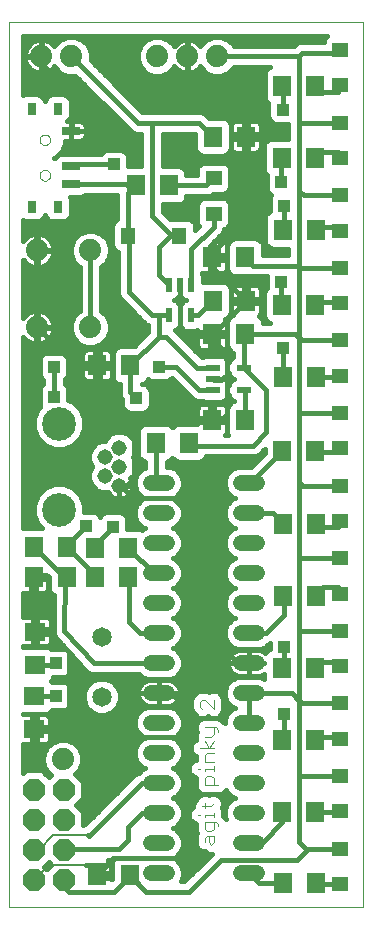
<source format=gtl>
G75*
G70*
%OFA0B0*%
%FSLAX24Y24*%
%IPPOS*%
%LPD*%
%AMOC8*
5,1,8,0,0,1.08239X$1,22.5*
%
%ADD10C,0.0000*%
%ADD11C,0.0040*%
%ADD12R,0.0217X0.0472*%
%ADD13R,0.0472X0.0217*%
%ADD14R,0.0551X0.0472*%
%ADD15R,0.0630X0.0709*%
%ADD16R,0.0500X0.0579*%
%ADD17R,0.0315X0.0394*%
%ADD18R,0.0591X0.0276*%
%ADD19C,0.0520*%
%ADD20C,0.0740*%
%ADD21R,0.0709X0.0630*%
%ADD22OC8,0.0740*%
%ADD23C,0.0515*%
%ADD24C,0.1122*%
%ADD25C,0.0650*%
%ADD26R,0.0396X0.0396*%
%ADD27C,0.0160*%
%ADD28C,0.0080*%
%ADD29R,0.0410X0.0410*%
D10*
X000725Y000183D02*
X000725Y029683D01*
X012525Y029683D01*
X012525Y000183D01*
X000725Y000183D01*
X001748Y024568D02*
X001750Y024594D01*
X001756Y024620D01*
X001766Y024645D01*
X001779Y024668D01*
X001795Y024688D01*
X001815Y024706D01*
X001837Y024721D01*
X001860Y024733D01*
X001886Y024741D01*
X001912Y024745D01*
X001938Y024745D01*
X001964Y024741D01*
X001990Y024733D01*
X002014Y024721D01*
X002035Y024706D01*
X002055Y024688D01*
X002071Y024668D01*
X002084Y024645D01*
X002094Y024620D01*
X002100Y024594D01*
X002102Y024568D01*
X002100Y024542D01*
X002094Y024516D01*
X002084Y024491D01*
X002071Y024468D01*
X002055Y024448D01*
X002035Y024430D01*
X002013Y024415D01*
X001990Y024403D01*
X001964Y024395D01*
X001938Y024391D01*
X001912Y024391D01*
X001886Y024395D01*
X001860Y024403D01*
X001836Y024415D01*
X001815Y024430D01*
X001795Y024448D01*
X001779Y024468D01*
X001766Y024491D01*
X001756Y024516D01*
X001750Y024542D01*
X001748Y024568D01*
X001748Y025749D02*
X001750Y025775D01*
X001756Y025801D01*
X001766Y025826D01*
X001779Y025849D01*
X001795Y025869D01*
X001815Y025887D01*
X001837Y025902D01*
X001860Y025914D01*
X001886Y025922D01*
X001912Y025926D01*
X001938Y025926D01*
X001964Y025922D01*
X001990Y025914D01*
X002014Y025902D01*
X002035Y025887D01*
X002055Y025869D01*
X002071Y025849D01*
X002084Y025826D01*
X002094Y025801D01*
X002100Y025775D01*
X002102Y025749D01*
X002100Y025723D01*
X002094Y025697D01*
X002084Y025672D01*
X002071Y025649D01*
X002055Y025629D01*
X002035Y025611D01*
X002013Y025596D01*
X001990Y025584D01*
X001964Y025576D01*
X001938Y025572D01*
X001912Y025572D01*
X001886Y025576D01*
X001860Y025584D01*
X001836Y025596D01*
X001815Y025611D01*
X001795Y025629D01*
X001779Y025649D01*
X001766Y025672D01*
X001756Y025697D01*
X001750Y025723D01*
X001748Y025749D01*
D11*
X007171Y007087D02*
X007095Y007011D01*
X007095Y006857D01*
X007171Y006781D01*
X007171Y007087D02*
X007248Y007087D01*
X007555Y006781D01*
X007555Y007087D01*
X007555Y006167D02*
X007555Y005936D01*
X007478Y005860D01*
X007248Y005860D01*
X007248Y005706D02*
X007402Y005476D01*
X007555Y005706D01*
X007555Y005476D02*
X007095Y005476D01*
X007325Y005323D02*
X007555Y005323D01*
X007325Y005323D02*
X007248Y005246D01*
X007248Y005016D01*
X007555Y005016D01*
X007555Y004862D02*
X007555Y004709D01*
X007555Y004785D02*
X007248Y004785D01*
X007248Y004709D01*
X007095Y004785D02*
X007018Y004785D01*
X007248Y004479D02*
X007325Y004555D01*
X007478Y004555D01*
X007555Y004479D01*
X007555Y004248D01*
X007708Y004248D02*
X007248Y004248D01*
X007248Y004479D01*
X007248Y003635D02*
X007248Y003481D01*
X007171Y003558D02*
X007478Y003558D01*
X007555Y003635D01*
X007555Y003328D02*
X007555Y003174D01*
X007555Y003251D02*
X007248Y003251D01*
X007248Y003174D01*
X007248Y003021D02*
X007248Y002790D01*
X007325Y002714D01*
X007478Y002714D01*
X007555Y002790D01*
X007555Y003021D01*
X007632Y003021D02*
X007248Y003021D01*
X007095Y003251D02*
X007018Y003251D01*
X007632Y003021D02*
X007708Y002944D01*
X007708Y002867D01*
X007555Y002560D02*
X007555Y002330D01*
X007478Y002253D01*
X007402Y002330D01*
X007402Y002560D01*
X007325Y002560D02*
X007555Y002560D01*
X007325Y002560D02*
X007248Y002484D01*
X007248Y002330D01*
X007708Y006013D02*
X007708Y006090D01*
X007632Y006167D01*
X007248Y006167D01*
D12*
X006799Y019896D03*
X006051Y019896D03*
X006051Y020920D03*
X006425Y020920D03*
X006799Y020920D03*
D13*
X007538Y018157D03*
X007538Y017783D03*
X007538Y017409D03*
X008562Y017409D03*
X008562Y018157D03*
D14*
X011775Y017883D03*
X011775Y019064D03*
X011775Y020303D03*
X011775Y021484D03*
X011775Y022723D03*
X011775Y023904D03*
X011775Y025143D03*
X011775Y026324D03*
X011775Y027563D03*
X011775Y028744D03*
X007550Y024474D03*
X007550Y023293D03*
X011775Y016644D03*
X011775Y015463D03*
X011775Y014224D03*
X011775Y013043D03*
X011775Y011804D03*
X011775Y010623D03*
X011775Y009384D03*
X011775Y008203D03*
X011775Y006964D03*
X011775Y005783D03*
X011775Y004544D03*
X011775Y003363D03*
X011775Y002124D03*
X011775Y000943D03*
D15*
X010976Y000983D03*
X009874Y000983D03*
X009844Y003333D03*
X010946Y003333D03*
X010936Y005758D03*
X009834Y005758D03*
X009834Y008158D03*
X010936Y008158D03*
X010956Y010558D03*
X009854Y010558D03*
X009874Y012958D03*
X010976Y012958D03*
X010946Y015383D03*
X009844Y015383D03*
X008601Y016408D03*
X007499Y016408D03*
X006726Y015658D03*
X005624Y015658D03*
X004776Y018233D03*
X003674Y018233D03*
X007499Y019283D03*
X008601Y019283D03*
X008626Y020383D03*
X007524Y020383D03*
X007499Y021833D03*
X008601Y021833D03*
X009854Y022758D03*
X010956Y022758D03*
X010936Y020258D03*
X009834Y020258D03*
X009864Y017858D03*
X010966Y017858D03*
X004701Y012158D03*
X004701Y011183D03*
X003599Y011183D03*
X002651Y011183D03*
X001549Y011183D03*
X001549Y012183D03*
X002651Y012183D03*
X003599Y012158D03*
X003649Y001233D03*
X004751Y001233D03*
X004949Y024233D03*
X006051Y024233D03*
X007524Y025858D03*
X008626Y025858D03*
X009824Y025158D03*
X010926Y025158D03*
X010946Y027558D03*
X009844Y027558D03*
D16*
X006396Y022558D03*
X004704Y022558D03*
D17*
X002358Y023524D03*
X001492Y023524D03*
X001492Y026792D03*
X002358Y026792D03*
D18*
X002811Y026044D03*
X002811Y024863D03*
X002811Y024273D03*
D19*
X005465Y014308D02*
X005985Y014308D01*
X005985Y013308D02*
X005465Y013308D01*
X005465Y012308D02*
X005985Y012308D01*
X005985Y011308D02*
X005465Y011308D01*
X005465Y010308D02*
X005985Y010308D01*
X005985Y009308D02*
X005465Y009308D01*
X005465Y008308D02*
X005985Y008308D01*
X005985Y007308D02*
X005465Y007308D01*
X005465Y006308D02*
X005985Y006308D01*
X005985Y005308D02*
X005465Y005308D01*
X005465Y004308D02*
X005985Y004308D01*
X005985Y003308D02*
X005465Y003308D01*
X005465Y002308D02*
X005985Y002308D01*
X005985Y001308D02*
X005465Y001308D01*
X008465Y001308D02*
X008985Y001308D01*
X008985Y002308D02*
X008465Y002308D01*
X008465Y003308D02*
X008985Y003308D01*
X008985Y004308D02*
X008465Y004308D01*
X008465Y005308D02*
X008985Y005308D01*
X008985Y006308D02*
X008465Y006308D01*
X008465Y007308D02*
X008985Y007308D01*
X008985Y008308D02*
X008465Y008308D01*
X008465Y009308D02*
X008985Y009308D01*
X008985Y010308D02*
X008465Y010308D01*
X008465Y011308D02*
X008985Y011308D01*
X008985Y012308D02*
X008465Y012308D01*
X008465Y013308D02*
X008985Y013308D01*
X008985Y014308D02*
X008465Y014308D01*
D20*
X003440Y019503D03*
X001660Y019503D03*
X001660Y022063D03*
X003440Y022063D03*
X002800Y028533D03*
X001800Y028533D03*
X005675Y028533D03*
X006675Y028533D03*
X007675Y028533D03*
X002525Y005108D03*
D21*
X001575Y006107D03*
X001575Y007210D03*
X001600Y008257D03*
X001600Y009360D03*
D22*
X001550Y004083D03*
X002550Y004083D03*
X002550Y003083D03*
X001550Y003083D03*
X001550Y002083D03*
X002550Y002083D03*
X002550Y001083D03*
X001550Y001083D03*
D23*
X004408Y014228D03*
X003935Y014543D03*
X004408Y014858D03*
X003935Y015173D03*
X004408Y015488D03*
D24*
X002400Y016295D03*
X002400Y013421D03*
D25*
X003825Y009183D03*
X003825Y007183D03*
D26*
X002300Y007208D03*
X002300Y008308D03*
X003300Y012883D03*
X004200Y012858D03*
X004975Y017133D03*
X005725Y018183D03*
X002225Y018183D03*
X002225Y017183D03*
X009800Y021008D03*
X009900Y023558D03*
X009800Y024358D03*
X009850Y026758D03*
X004225Y024933D03*
X003150Y025433D03*
X009900Y008858D03*
X009900Y006608D03*
D27*
X009900Y005825D01*
X009834Y005758D01*
X010936Y005758D02*
X011200Y005858D01*
X011700Y005858D01*
X011775Y005783D01*
X011775Y004544D02*
X010414Y004544D01*
X010400Y004558D01*
X010400Y007058D01*
X010150Y007308D01*
X008725Y007308D01*
X008725Y006308D01*
X008261Y006808D02*
X008159Y006766D01*
X008007Y006614D01*
X007925Y006416D01*
X007925Y006298D01*
X007878Y006344D01*
X007802Y006421D01*
X007691Y006467D01*
X007188Y006467D01*
X007078Y006421D01*
X006994Y006337D01*
X006948Y006226D01*
X006948Y006107D01*
X006987Y006013D01*
X006948Y005919D01*
X006948Y005800D01*
X006957Y005779D01*
X006949Y005740D01*
X006925Y005730D01*
X006840Y005646D01*
X006795Y005536D01*
X006795Y005416D01*
X006840Y005306D01*
X006925Y005222D01*
X006948Y005212D01*
X006948Y005081D01*
X006848Y005040D01*
X006764Y004955D01*
X006718Y004845D01*
X006718Y004726D01*
X006764Y004616D01*
X006848Y004531D01*
X006948Y004490D01*
X006948Y004189D01*
X006994Y004078D01*
X007078Y003994D01*
X007188Y003948D01*
X007768Y003948D01*
X007878Y003994D01*
X007963Y004078D01*
X007969Y004094D01*
X008007Y004002D01*
X008159Y003851D01*
X008261Y003808D01*
X008159Y003766D01*
X008007Y003614D01*
X007925Y003416D01*
X007925Y003201D01*
X007960Y003117D01*
X007886Y003191D01*
X007855Y003222D01*
X007855Y003387D01*
X007816Y003481D01*
X007855Y003575D01*
X007855Y003694D01*
X007809Y003804D01*
X007725Y003889D01*
X007615Y003935D01*
X007495Y003935D01*
X007402Y003896D01*
X007308Y003935D01*
X007188Y003935D01*
X007078Y003889D01*
X006994Y003804D01*
X006917Y003728D01*
X006871Y003617D01*
X006871Y003515D01*
X006848Y003505D01*
X006764Y003421D01*
X006718Y003311D01*
X006718Y003191D01*
X006764Y003081D01*
X006848Y002997D01*
X006948Y002955D01*
X006948Y002731D01*
X006975Y002665D01*
X006987Y002637D01*
X006948Y002543D01*
X006948Y002270D01*
X006994Y002160D01*
X007078Y002076D01*
X007188Y002030D01*
X007277Y002030D01*
X007308Y001999D01*
X007308Y001999D01*
X007329Y001991D01*
X007419Y001953D01*
X007486Y001953D01*
X006576Y001043D01*
X006460Y001043D01*
X006525Y001201D01*
X006525Y001416D01*
X006443Y001614D01*
X006291Y001766D01*
X006189Y001808D01*
X006291Y001851D01*
X006443Y002002D01*
X006525Y002201D01*
X006525Y002416D01*
X006443Y002614D01*
X006291Y002766D01*
X006189Y002808D01*
X006291Y002851D01*
X006443Y003002D01*
X006525Y003201D01*
X006525Y003416D01*
X006443Y003614D01*
X006291Y003766D01*
X006189Y003808D01*
X006291Y003851D01*
X006443Y004002D01*
X006525Y004201D01*
X006525Y004416D01*
X006443Y004614D01*
X006291Y004766D01*
X006189Y004808D01*
X006291Y004851D01*
X006443Y005002D01*
X006525Y005201D01*
X006525Y005416D01*
X006443Y005614D01*
X006291Y005766D01*
X006189Y005808D01*
X006291Y005851D01*
X006443Y006002D01*
X006525Y006201D01*
X006525Y006416D01*
X006443Y006614D01*
X006291Y006766D01*
X006092Y006848D01*
X005358Y006848D01*
X005159Y006766D01*
X005007Y006614D01*
X004925Y006416D01*
X004925Y006201D01*
X005007Y006002D01*
X005159Y005851D01*
X005261Y005808D01*
X005159Y005766D01*
X005007Y005614D01*
X004925Y005416D01*
X004925Y005201D01*
X005007Y005002D01*
X005159Y004851D01*
X005261Y004808D01*
X005159Y004766D01*
X005049Y004656D01*
X004946Y004614D01*
X004845Y004512D01*
X003268Y002935D01*
X003200Y002913D01*
X003200Y003353D01*
X002969Y003583D01*
X003200Y003814D01*
X003200Y004353D01*
X002944Y004608D01*
X003076Y004740D01*
X003175Y004979D01*
X003175Y005238D01*
X003076Y005477D01*
X002893Y005659D01*
X002654Y005758D01*
X002396Y005758D01*
X002157Y005659D01*
X001974Y005477D01*
X001875Y005238D01*
X001875Y004979D01*
X001974Y004740D01*
X002131Y004583D01*
X002050Y004503D01*
X001819Y004733D01*
X001281Y004733D01*
X001205Y004658D01*
X001205Y005612D01*
X001498Y005612D01*
X001498Y006030D01*
X001652Y006030D01*
X001652Y005612D01*
X001953Y005612D01*
X001999Y005624D01*
X002040Y005648D01*
X002073Y005682D01*
X002097Y005723D01*
X002109Y005768D01*
X002109Y006030D01*
X001652Y006030D01*
X001652Y006185D01*
X001498Y006185D01*
X001498Y006602D01*
X001205Y006602D01*
X001205Y006615D01*
X001985Y006615D01*
X002088Y006657D01*
X002161Y006730D01*
X002554Y006730D01*
X002657Y006773D01*
X002735Y006852D01*
X002778Y006955D01*
X002778Y007462D01*
X002735Y007565D01*
X002657Y007644D01*
X002554Y007686D01*
X002163Y007686D01*
X002129Y007721D01*
X002192Y007784D01*
X002211Y007830D01*
X002554Y007830D01*
X002657Y007873D01*
X002735Y007952D01*
X002778Y008055D01*
X002778Y008562D01*
X002735Y008665D01*
X002657Y008744D01*
X002554Y008786D01*
X002136Y008786D01*
X002113Y008809D01*
X002010Y008852D01*
X001205Y008852D01*
X001205Y008869D01*
X001222Y008865D01*
X001523Y008865D01*
X001523Y009282D01*
X001677Y009282D01*
X001677Y008865D01*
X001978Y008865D01*
X002024Y008877D01*
X002065Y008901D01*
X002527Y008901D01*
X002658Y008742D02*
X002670Y008742D01*
X002725Y008683D02*
X002725Y006107D01*
X004926Y006107D01*
X005200Y005833D01*
X006325Y005833D01*
X006475Y005983D01*
X006725Y005733D01*
X006725Y002058D01*
X006475Y001808D01*
X004200Y001808D01*
X003975Y001583D01*
X003975Y001560D01*
X003649Y001233D01*
X003726Y001293D02*
X004156Y001293D01*
X004144Y001311D02*
X004144Y001611D01*
X004132Y001657D01*
X004108Y001698D01*
X004074Y001732D01*
X004045Y001748D01*
X004201Y001748D01*
X004199Y001746D01*
X004156Y001643D01*
X004156Y001124D01*
X004144Y001111D01*
X004144Y001156D01*
X003726Y001156D01*
X003726Y001311D01*
X004144Y001311D01*
X004144Y001451D02*
X004156Y001451D01*
X004144Y001610D02*
X004156Y001610D01*
X003975Y001583D02*
X003299Y001583D01*
X002575Y002108D02*
X002550Y002083D01*
X002575Y002108D02*
X004400Y002108D01*
X004700Y002408D01*
X004700Y002858D01*
X005150Y003308D01*
X005725Y003308D01*
X006238Y003829D02*
X007018Y003829D01*
X007094Y003987D02*
X006428Y003987D01*
X006502Y004146D02*
X006966Y004146D01*
X006948Y004304D02*
X006525Y004304D01*
X006505Y004463D02*
X006948Y004463D01*
X006761Y004621D02*
X006436Y004621D01*
X006258Y004780D02*
X006718Y004780D01*
X006756Y004938D02*
X006379Y004938D01*
X006482Y005097D02*
X006948Y005097D01*
X006891Y005255D02*
X006525Y005255D01*
X006525Y005414D02*
X006796Y005414D01*
X006810Y005572D02*
X006460Y005572D01*
X006326Y005731D02*
X006926Y005731D01*
X006948Y005889D02*
X006330Y005889D01*
X006475Y005983D02*
X006750Y006258D01*
X006750Y006708D01*
X006750Y008208D01*
X007613Y009071D01*
X008375Y008308D01*
X008725Y008308D01*
X008725Y007868D01*
X009020Y007868D01*
X009088Y007879D01*
X009154Y007901D01*
X009216Y007932D01*
X009239Y007949D01*
X009239Y007788D01*
X009092Y007848D01*
X008358Y007848D01*
X008159Y007766D01*
X008007Y007614D01*
X007925Y007416D01*
X007925Y007201D01*
X008007Y007002D01*
X008159Y006851D01*
X008261Y006808D01*
X008184Y006840D02*
X007855Y006840D01*
X007855Y007147D01*
X007809Y007257D01*
X007725Y007342D01*
X007615Y007387D01*
X007495Y007387D01*
X007402Y007349D01*
X007308Y007387D01*
X007112Y007387D01*
X007001Y007342D01*
X006925Y007265D01*
X006840Y007181D01*
X006795Y007070D01*
X006795Y006798D01*
X006822Y006732D01*
X006840Y006687D01*
X006842Y006686D01*
X006925Y006603D01*
X007001Y006526D01*
X007112Y006481D01*
X007231Y006481D01*
X007341Y006526D01*
X007363Y006548D01*
X007385Y006526D01*
X007495Y006481D01*
X007615Y006481D01*
X007725Y006526D01*
X007809Y006611D01*
X007855Y006721D01*
X007855Y006840D01*
X007855Y006999D02*
X008011Y006999D01*
X007943Y007157D02*
X007851Y007157D01*
X007925Y007316D02*
X007751Y007316D01*
X007949Y007474D02*
X006394Y007474D01*
X006393Y007477D02*
X006361Y007539D01*
X006321Y007595D01*
X006272Y007644D01*
X006216Y007685D01*
X006154Y007716D01*
X006088Y007737D01*
X006020Y007748D01*
X005725Y007748D01*
X005430Y007748D01*
X005362Y007737D01*
X005296Y007716D01*
X005234Y007685D01*
X005178Y007644D01*
X005129Y007595D01*
X005089Y007539D01*
X005057Y007477D01*
X005036Y007411D01*
X005025Y007343D01*
X005025Y007308D01*
X005025Y007274D01*
X005036Y007205D01*
X005057Y007139D01*
X005089Y007078D01*
X005129Y007022D01*
X005178Y006973D01*
X005234Y006932D01*
X005296Y006901D01*
X005362Y006879D01*
X005430Y006868D01*
X005725Y006868D01*
X006020Y006868D01*
X006088Y006879D01*
X006154Y006901D01*
X006216Y006932D01*
X006272Y006973D01*
X006321Y007022D01*
X006361Y007078D01*
X006393Y007139D01*
X006414Y007205D01*
X006425Y007274D01*
X006425Y007308D01*
X005725Y007308D01*
X005725Y006868D01*
X005725Y007308D01*
X005725Y007308D01*
X005025Y007308D01*
X005725Y007308D01*
X005725Y007308D01*
X005725Y007308D01*
X005775Y007258D01*
X006200Y007258D01*
X006750Y006708D01*
X006840Y006687D02*
X006840Y006687D01*
X006846Y006682D02*
X006375Y006682D01*
X006480Y006523D02*
X007008Y006523D01*
X006925Y006603D02*
X006925Y006603D01*
X007022Y006365D02*
X006525Y006365D01*
X006525Y006206D02*
X006948Y006206D01*
X006973Y006048D02*
X006462Y006048D01*
X006795Y006840D02*
X006112Y006840D01*
X006298Y006999D02*
X006795Y006999D01*
X006831Y007157D02*
X006399Y007157D01*
X006425Y007308D02*
X005725Y007308D01*
X005725Y007748D01*
X005725Y007308D01*
X005725Y007308D01*
X005725Y007316D02*
X005725Y007316D01*
X005725Y007474D02*
X005725Y007474D01*
X005725Y007633D02*
X005725Y007633D01*
X005358Y007768D02*
X006092Y007768D01*
X006291Y007851D01*
X006443Y008002D01*
X006525Y008201D01*
X006525Y008416D01*
X006443Y008614D01*
X006291Y008766D01*
X006189Y008808D01*
X006291Y008851D01*
X006443Y009002D01*
X006525Y009201D01*
X006525Y009416D01*
X006443Y009614D01*
X006291Y009766D01*
X006189Y009808D01*
X006291Y009851D01*
X006443Y010002D01*
X006525Y010201D01*
X006525Y010416D01*
X006443Y010614D01*
X006291Y010766D01*
X006189Y010808D01*
X006291Y010851D01*
X006443Y011002D01*
X006525Y011201D01*
X006525Y011416D01*
X006443Y011614D01*
X006291Y011766D01*
X006189Y011808D01*
X006291Y011851D01*
X006443Y012002D01*
X006525Y012201D01*
X006525Y012416D01*
X006443Y012614D01*
X006291Y012766D01*
X006189Y012808D01*
X006291Y012851D01*
X006443Y013002D01*
X006525Y013201D01*
X006525Y013416D01*
X006443Y013614D01*
X006291Y013766D01*
X006189Y013808D01*
X006291Y013851D01*
X006443Y014002D01*
X006525Y014201D01*
X006525Y014416D01*
X006443Y014614D01*
X006291Y014766D01*
X006092Y014848D01*
X005984Y014848D01*
X005984Y015024D01*
X005994Y015024D01*
X006097Y015067D01*
X006175Y015144D01*
X006253Y015067D01*
X006356Y015024D01*
X007097Y015024D01*
X007200Y015067D01*
X007279Y015145D01*
X007300Y015198D01*
X008922Y015198D01*
X009054Y015253D01*
X009155Y015354D01*
X009155Y015354D01*
X009249Y015448D01*
X009249Y015297D01*
X008800Y014848D01*
X008358Y014848D01*
X008159Y014766D01*
X008007Y014614D01*
X007925Y014416D01*
X007925Y014201D01*
X008007Y014002D01*
X008159Y013851D01*
X008261Y013808D01*
X008159Y013766D01*
X008007Y013614D01*
X007925Y013416D01*
X007925Y013201D01*
X008007Y013002D01*
X008159Y012851D01*
X008261Y012808D01*
X008159Y012766D01*
X008007Y012614D01*
X007925Y012416D01*
X007925Y012201D01*
X008007Y012002D01*
X008159Y011851D01*
X008261Y011808D01*
X008159Y011766D01*
X008007Y011614D01*
X007925Y011416D01*
X007925Y011201D01*
X008007Y011002D01*
X008159Y010851D01*
X008261Y010808D01*
X008159Y010766D01*
X008007Y010614D01*
X007925Y010416D01*
X007925Y010201D01*
X008007Y010002D01*
X008159Y009851D01*
X008261Y009808D01*
X008159Y009766D01*
X008007Y009614D01*
X007925Y009416D01*
X007925Y009201D01*
X008007Y009002D01*
X008159Y008851D01*
X008358Y008768D01*
X009092Y008768D01*
X009291Y008851D01*
X009401Y008960D01*
X009422Y008969D01*
X009422Y008776D01*
X009360Y008750D01*
X009281Y008671D01*
X009271Y008645D01*
X009216Y008685D01*
X009154Y008716D01*
X009088Y008737D01*
X009020Y008748D01*
X008725Y008748D01*
X008430Y008748D01*
X008362Y008737D01*
X008296Y008716D01*
X008234Y008685D01*
X008178Y008644D01*
X008129Y008595D01*
X008089Y008539D01*
X008057Y008477D01*
X008036Y008411D01*
X008025Y008343D01*
X008025Y008308D01*
X008025Y008274D01*
X008036Y008205D01*
X008057Y008139D01*
X008089Y008078D01*
X008129Y008022D01*
X008178Y007973D01*
X008234Y007932D01*
X008296Y007901D01*
X008362Y007879D01*
X008430Y007868D01*
X008725Y007868D01*
X008725Y008308D01*
X008725Y008308D01*
X009239Y008308D01*
X009239Y008308D01*
X008725Y008308D01*
X008725Y008308D01*
X008025Y008308D01*
X008725Y008308D01*
X008725Y008308D01*
X008725Y008748D01*
X008725Y008308D01*
X008725Y008308D01*
X008725Y008267D02*
X008725Y008267D01*
X008725Y008425D02*
X008725Y008425D01*
X008725Y008584D02*
X008725Y008584D01*
X008725Y008742D02*
X008725Y008742D01*
X009057Y008742D02*
X009353Y008742D01*
X009341Y008901D02*
X009422Y008901D01*
X009300Y009308D02*
X008725Y009308D01*
X009300Y009308D02*
X009900Y009908D01*
X009900Y010512D01*
X009854Y010558D01*
X010956Y010558D02*
X011200Y010858D01*
X011700Y010858D01*
X011775Y010623D01*
X011775Y011804D02*
X010454Y011804D01*
X010400Y011858D01*
X010400Y014358D01*
X010534Y014224D01*
X011775Y014224D01*
X011700Y015358D02*
X011200Y015358D01*
X010946Y015383D01*
X011700Y015358D02*
X011775Y015463D01*
X010400Y014358D02*
X010400Y016658D01*
X010414Y016644D01*
X011775Y016644D01*
X011700Y017858D02*
X010966Y017858D01*
X011700Y017858D02*
X011775Y017883D01*
X011775Y019064D02*
X010494Y019064D01*
X010400Y019158D01*
X010275Y019283D01*
X008601Y019283D01*
X008562Y019244D01*
X008562Y018157D01*
X009300Y017419D01*
X009300Y016008D01*
X008850Y015558D01*
X006650Y015558D01*
X006175Y016172D02*
X006097Y016250D01*
X005994Y016293D01*
X005253Y016293D01*
X005150Y016250D01*
X005071Y016171D01*
X005029Y016068D01*
X005029Y015248D01*
X005071Y015145D01*
X005150Y015067D01*
X005253Y015024D01*
X005264Y015024D01*
X005264Y014809D01*
X005159Y014766D01*
X005007Y014614D01*
X004925Y014416D01*
X004925Y014201D01*
X005007Y014002D01*
X005159Y013851D01*
X005261Y013808D01*
X005159Y013766D01*
X005007Y013614D01*
X004925Y013416D01*
X004925Y013201D01*
X005007Y013002D01*
X005159Y012851D01*
X005261Y012808D01*
X005159Y012766D01*
X005152Y012759D01*
X005072Y012793D01*
X004678Y012793D01*
X004678Y013112D01*
X004635Y013215D01*
X004557Y013294D01*
X004454Y013336D01*
X003946Y013336D01*
X003843Y013294D01*
X003765Y013215D01*
X003755Y013193D01*
X003735Y013240D01*
X003657Y013319D01*
X003554Y013361D01*
X003241Y013361D01*
X003241Y013589D01*
X003113Y013898D01*
X002876Y014134D01*
X002567Y014262D01*
X002233Y014262D01*
X001924Y014134D01*
X001687Y013898D01*
X001559Y013589D01*
X001559Y013254D01*
X001687Y012945D01*
X001814Y012818D01*
X001205Y012818D01*
X001205Y019194D01*
X001240Y019145D01*
X001302Y019084D01*
X001372Y019033D01*
X001449Y018994D01*
X001531Y018967D01*
X001617Y018953D01*
X001640Y018953D01*
X001640Y019483D01*
X001680Y019483D01*
X001680Y018953D01*
X001703Y018953D01*
X001789Y018967D01*
X001871Y018994D01*
X001948Y019033D01*
X002018Y019084D01*
X002080Y019145D01*
X002130Y019215D01*
X002170Y019292D01*
X002196Y019375D01*
X002210Y019460D01*
X002210Y019483D01*
X001680Y019483D01*
X001680Y019523D01*
X002210Y019523D01*
X002210Y019547D01*
X002196Y019632D01*
X002170Y019714D01*
X002130Y019792D01*
X002080Y019862D01*
X002018Y019923D01*
X001948Y019974D01*
X001871Y020013D01*
X001789Y020040D01*
X001703Y020053D01*
X001680Y020053D01*
X001680Y019523D01*
X001640Y019523D01*
X001640Y020053D01*
X001617Y020053D01*
X001531Y020040D01*
X001449Y020013D01*
X001372Y019974D01*
X001302Y019923D01*
X001240Y019862D01*
X001205Y019813D01*
X001205Y021754D01*
X001240Y021705D01*
X001302Y021644D01*
X001372Y021593D01*
X001449Y021554D01*
X001531Y021527D01*
X001617Y021513D01*
X001640Y021513D01*
X001640Y022043D01*
X001680Y022043D01*
X001680Y021513D01*
X001703Y021513D01*
X001789Y021527D01*
X001871Y021554D01*
X001948Y021593D01*
X002018Y021644D01*
X002080Y021705D01*
X002130Y021775D01*
X002170Y021852D01*
X002196Y021935D01*
X002210Y022020D01*
X002210Y022043D01*
X001680Y022043D01*
X001680Y022083D01*
X002210Y022083D01*
X002210Y022107D01*
X002196Y022192D01*
X002170Y022274D01*
X002130Y022352D01*
X002080Y022422D01*
X002018Y022483D01*
X001948Y022534D01*
X001871Y022573D01*
X001789Y022600D01*
X001703Y022613D01*
X001680Y022613D01*
X001680Y022083D01*
X001640Y022083D01*
X001640Y022613D01*
X001617Y022613D01*
X001531Y022600D01*
X001449Y022573D01*
X001372Y022534D01*
X001302Y022483D01*
X001240Y022422D01*
X001205Y022373D01*
X001205Y023078D01*
X001279Y023048D01*
X001705Y023048D01*
X001808Y023090D01*
X001887Y023169D01*
X001925Y023261D01*
X001963Y023169D01*
X002042Y023090D01*
X002145Y023048D01*
X002571Y023048D01*
X002674Y023090D01*
X002753Y023169D01*
X002796Y023272D01*
X002796Y023777D01*
X002763Y023855D01*
X003162Y023855D01*
X003265Y023897D01*
X003280Y023913D01*
X004344Y023913D01*
X004344Y023105D01*
X004295Y023085D01*
X004216Y023006D01*
X004174Y022903D01*
X004174Y022213D01*
X004216Y022110D01*
X004295Y022032D01*
X004365Y022003D01*
X004365Y020612D01*
X004420Y020479D01*
X004521Y020378D01*
X005308Y019591D01*
X005365Y019568D01*
X005365Y019332D01*
X004900Y018868D01*
X004406Y018868D01*
X004303Y018825D01*
X004224Y018746D01*
X004181Y018643D01*
X004181Y017823D01*
X004224Y017720D01*
X004303Y017642D01*
X004406Y017599D01*
X004416Y017599D01*
X004416Y017261D01*
X004471Y017128D01*
X004497Y017102D01*
X004497Y016880D01*
X004540Y016777D01*
X004618Y016698D01*
X004721Y016655D01*
X005229Y016655D01*
X005332Y016698D01*
X005410Y016777D01*
X005453Y016880D01*
X005453Y017387D01*
X005410Y017490D01*
X005332Y017569D01*
X005229Y017611D01*
X005177Y017611D01*
X005250Y017642D01*
X005329Y017720D01*
X005348Y017768D01*
X005368Y017748D01*
X005471Y017705D01*
X005979Y017705D01*
X006082Y017748D01*
X006154Y017820D01*
X006770Y017204D01*
X006871Y017103D01*
X007003Y017048D01*
X007180Y017048D01*
X007246Y017021D01*
X007830Y017021D01*
X007933Y017064D01*
X008012Y017142D01*
X008050Y017235D01*
X008088Y017142D01*
X008167Y017064D01*
X008224Y017040D01*
X008128Y017000D01*
X008049Y016921D01*
X008006Y016818D01*
X008006Y015998D01*
X008039Y015918D01*
X007933Y015918D01*
X007958Y015943D01*
X007982Y015985D01*
X007994Y016030D01*
X007994Y016331D01*
X007576Y016331D01*
X007576Y016486D01*
X007421Y016486D01*
X007421Y016331D01*
X007004Y016331D01*
X007004Y016293D01*
X006356Y016293D01*
X006253Y016250D01*
X006175Y016172D01*
X006156Y016192D02*
X006194Y016192D01*
X005624Y015658D02*
X005624Y014410D01*
X005725Y014308D01*
X006204Y013814D02*
X008246Y013814D01*
X008049Y013656D02*
X006401Y013656D01*
X006491Y013497D02*
X007959Y013497D01*
X007925Y013339D02*
X006525Y013339D01*
X006516Y013180D02*
X007934Y013180D01*
X007999Y013022D02*
X006451Y013022D01*
X006304Y012863D02*
X008146Y012863D01*
X008098Y012705D02*
X006352Y012705D01*
X006471Y012546D02*
X007979Y012546D01*
X007925Y012388D02*
X006525Y012388D01*
X006525Y012229D02*
X007925Y012229D01*
X007979Y012071D02*
X006471Y012071D01*
X006353Y011912D02*
X008097Y011912D01*
X008147Y011754D02*
X006303Y011754D01*
X006451Y011595D02*
X007999Y011595D01*
X007934Y011437D02*
X006516Y011437D01*
X006525Y011278D02*
X007925Y011278D01*
X007959Y011120D02*
X006491Y011120D01*
X006402Y010961D02*
X008048Y010961D01*
X008248Y010803D02*
X006202Y010803D01*
X006413Y010644D02*
X008037Y010644D01*
X007954Y010486D02*
X006496Y010486D01*
X006525Y010327D02*
X007925Y010327D01*
X007938Y010169D02*
X006512Y010169D01*
X006446Y010010D02*
X008004Y010010D01*
X008158Y009852D02*
X006292Y009852D01*
X006364Y009693D02*
X008086Y009693D01*
X007974Y009535D02*
X006476Y009535D01*
X006525Y009376D02*
X007925Y009376D01*
X007925Y009218D02*
X006525Y009218D01*
X006466Y009059D02*
X007984Y009059D01*
X008109Y008901D02*
X006341Y008901D01*
X006315Y008742D02*
X008393Y008742D01*
X008121Y008584D02*
X006455Y008584D01*
X006521Y008425D02*
X008040Y008425D01*
X008026Y008267D02*
X006525Y008267D01*
X006487Y008108D02*
X008073Y008108D01*
X008210Y007950D02*
X006390Y007950D01*
X006148Y007791D02*
X008220Y007791D01*
X008026Y007633D02*
X006283Y007633D01*
X006393Y007477D02*
X006414Y007411D01*
X006425Y007343D01*
X006425Y007308D01*
X006425Y007316D02*
X006975Y007316D01*
X007334Y006523D02*
X007392Y006523D01*
X007718Y006523D02*
X007970Y006523D01*
X007925Y006365D02*
X007858Y006365D01*
X007839Y006682D02*
X008075Y006682D01*
X008725Y007950D02*
X008725Y007950D01*
X008725Y008108D02*
X008725Y008108D01*
X009230Y007791D02*
X009239Y007791D01*
X009834Y008158D02*
X009900Y008225D01*
X009900Y008858D01*
X010400Y009358D02*
X010426Y009384D01*
X011775Y009384D01*
X011700Y008358D02*
X011200Y008358D01*
X010936Y008158D01*
X011700Y008358D02*
X011775Y008203D01*
X011775Y006964D02*
X010494Y006964D01*
X010400Y007058D01*
X010400Y009358D01*
X010400Y011858D01*
X009874Y012958D02*
X009524Y013308D01*
X008725Y013308D01*
X008037Y013973D02*
X006413Y013973D01*
X006496Y014131D02*
X007954Y014131D01*
X007925Y014290D02*
X006525Y014290D01*
X006511Y014448D02*
X007939Y014448D01*
X008004Y014607D02*
X006446Y014607D01*
X006292Y014765D02*
X008158Y014765D01*
X008725Y014308D02*
X008769Y014308D01*
X009844Y015383D01*
X009249Y015399D02*
X009200Y015399D01*
X009192Y015241D02*
X009024Y015241D01*
X009034Y015082D02*
X007215Y015082D01*
X006237Y015082D02*
X006113Y015082D01*
X005984Y014924D02*
X008875Y014924D01*
X008006Y016033D02*
X007994Y016033D01*
X007994Y016192D02*
X008006Y016192D01*
X008006Y016350D02*
X007576Y016350D01*
X007499Y016408D02*
X005225Y016408D01*
X004775Y016408D01*
X003725Y017458D01*
X003725Y018182D01*
X003674Y018233D01*
X002930Y018233D01*
X001660Y019503D01*
X001680Y019520D02*
X002790Y019520D01*
X002790Y019633D02*
X002790Y019374D01*
X002889Y019135D01*
X003072Y018952D01*
X003311Y018853D01*
X003569Y018853D01*
X003808Y018952D01*
X003991Y019135D01*
X004090Y019374D01*
X004090Y019633D01*
X003991Y019872D01*
X003808Y020054D01*
X003800Y020058D01*
X003800Y021509D01*
X003808Y021512D01*
X003991Y021695D01*
X004090Y021934D01*
X004090Y022193D01*
X003991Y022432D01*
X003808Y022614D01*
X003569Y022713D01*
X003311Y022713D01*
X003072Y022614D01*
X002889Y022432D01*
X002790Y022193D01*
X002790Y021934D01*
X002889Y021695D01*
X003072Y021512D01*
X003080Y021509D01*
X003080Y020058D01*
X003072Y020054D01*
X002889Y019872D01*
X002790Y019633D01*
X002809Y019679D02*
X002181Y019679D01*
X002097Y019837D02*
X002875Y019837D01*
X003013Y019996D02*
X001905Y019996D01*
X001680Y019996D02*
X001640Y019996D01*
X001640Y019837D02*
X001680Y019837D01*
X001680Y019679D02*
X001640Y019679D01*
X001640Y019362D02*
X001680Y019362D01*
X001680Y019203D02*
X001640Y019203D01*
X001640Y019045D02*
X001680Y019045D01*
X001965Y019045D02*
X002979Y019045D01*
X002861Y019203D02*
X002122Y019203D01*
X002192Y019362D02*
X002795Y019362D01*
X003231Y018886D02*
X001205Y018886D01*
X001205Y018728D02*
X003244Y018728D01*
X003248Y018732D02*
X003215Y018698D01*
X003191Y018657D01*
X003179Y018611D01*
X003179Y018311D01*
X003596Y018311D01*
X003596Y018156D01*
X003179Y018156D01*
X003179Y017855D01*
X003191Y017810D01*
X003215Y017768D01*
X003248Y017735D01*
X003289Y017711D01*
X003335Y017699D01*
X003596Y017699D01*
X003596Y018156D01*
X003751Y018156D01*
X003751Y017699D01*
X004012Y017699D01*
X004058Y017711D01*
X004099Y017735D01*
X004133Y017768D01*
X004157Y017810D01*
X004169Y017855D01*
X004169Y018156D01*
X003751Y018156D01*
X003751Y018311D01*
X003596Y018311D01*
X003596Y018768D01*
X003335Y018768D01*
X003289Y018755D01*
X003248Y018732D01*
X003179Y018569D02*
X002631Y018569D01*
X002660Y018540D02*
X002582Y018619D01*
X002479Y018661D01*
X001971Y018661D01*
X001868Y018619D01*
X001790Y018540D01*
X001747Y018437D01*
X001747Y017930D01*
X001790Y017827D01*
X001865Y017751D01*
X001865Y017616D01*
X001790Y017540D01*
X001747Y017437D01*
X001747Y016930D01*
X001776Y016860D01*
X001687Y016772D01*
X001559Y016463D01*
X001559Y016128D01*
X001687Y015819D01*
X001924Y015582D01*
X002233Y015454D01*
X002567Y015454D01*
X002876Y015582D01*
X003113Y015819D01*
X003241Y016128D01*
X003241Y016463D01*
X003113Y016772D01*
X002876Y017008D01*
X002703Y017080D01*
X002703Y017437D01*
X002660Y017540D01*
X002585Y017616D01*
X002585Y017751D01*
X002660Y017827D01*
X002703Y017930D01*
X002703Y018437D01*
X002660Y018540D01*
X002703Y018411D02*
X003179Y018411D01*
X003179Y018094D02*
X002703Y018094D01*
X002703Y018252D02*
X003596Y018252D01*
X003751Y018252D02*
X004181Y018252D01*
X004169Y018311D02*
X004169Y018611D01*
X004157Y018657D01*
X004133Y018698D01*
X004099Y018732D01*
X004058Y018755D01*
X004012Y018768D01*
X003751Y018768D01*
X003751Y018311D01*
X004169Y018311D01*
X004169Y018411D02*
X004181Y018411D01*
X004169Y018569D02*
X004181Y018569D01*
X004216Y018728D02*
X004103Y018728D01*
X003751Y018728D02*
X003596Y018728D01*
X003596Y018569D02*
X003751Y018569D01*
X003751Y018411D02*
X003596Y018411D01*
X003596Y018094D02*
X003751Y018094D01*
X003751Y017935D02*
X003596Y017935D01*
X003596Y017777D02*
X003751Y017777D01*
X004138Y017777D02*
X004200Y017777D01*
X004181Y017935D02*
X004169Y017935D01*
X004169Y018094D02*
X004181Y018094D01*
X004776Y018233D02*
X004776Y017332D01*
X004975Y017133D01*
X005453Y017143D02*
X006831Y017143D01*
X006673Y017301D02*
X005453Y017301D01*
X005423Y017460D02*
X006514Y017460D01*
X006356Y017618D02*
X005194Y017618D01*
X005453Y016984D02*
X008112Y016984D01*
X008088Y017143D02*
X008012Y017143D01*
X007883Y016930D02*
X007837Y016943D01*
X007576Y016943D01*
X007576Y016486D01*
X007994Y016486D01*
X007994Y016786D01*
X007982Y016832D01*
X007958Y016873D01*
X007924Y016907D01*
X007883Y016930D01*
X007983Y016826D02*
X008009Y016826D01*
X007994Y016667D02*
X008006Y016667D01*
X008000Y016608D02*
X007800Y016408D01*
X007499Y016408D01*
X007421Y016350D02*
X003241Y016350D01*
X003241Y016192D02*
X005092Y016192D01*
X005029Y016033D02*
X003202Y016033D01*
X003136Y015875D02*
X004034Y015875D01*
X004103Y015944D02*
X003952Y015793D01*
X003918Y015711D01*
X003829Y015711D01*
X003631Y015629D01*
X003480Y015478D01*
X003398Y015280D01*
X003398Y015066D01*
X003480Y014869D01*
X003490Y014858D01*
X003480Y014848D01*
X003398Y014650D01*
X003398Y014436D01*
X003480Y014239D01*
X003631Y014088D01*
X003829Y014006D01*
X004030Y014006D01*
X004034Y013999D01*
X004074Y013943D01*
X004123Y013895D01*
X004179Y013854D01*
X004240Y013823D01*
X004305Y013802D01*
X004373Y013791D01*
X004408Y013791D01*
X004442Y013791D01*
X004510Y013802D01*
X004576Y013823D01*
X004637Y013854D01*
X004693Y013895D01*
X004742Y013943D01*
X004782Y013999D01*
X004813Y014060D01*
X004835Y014126D01*
X004845Y014194D01*
X004845Y014228D01*
X004408Y014228D01*
X004408Y013791D01*
X004408Y014228D01*
X004408Y014228D01*
X004408Y014228D01*
X004455Y014228D01*
X004850Y013808D01*
X006200Y013808D01*
X007275Y012758D01*
X007275Y009408D01*
X007613Y009071D01*
X005725Y009308D02*
X005100Y009308D01*
X004725Y009683D01*
X004725Y011160D01*
X004701Y011183D01*
X005551Y011308D02*
X004701Y012158D01*
X004678Y012863D02*
X005146Y012863D01*
X004999Y013022D02*
X004678Y013022D01*
X004650Y013180D02*
X004934Y013180D01*
X004925Y013339D02*
X003608Y013339D01*
X003241Y013497D02*
X004959Y013497D01*
X005049Y013656D02*
X003213Y013656D01*
X003148Y013814D02*
X004266Y013814D01*
X004408Y013814D02*
X004408Y013814D01*
X004549Y013814D02*
X005246Y013814D01*
X005037Y013973D02*
X004763Y013973D01*
X004835Y014131D02*
X004954Y014131D01*
X004845Y014228D02*
X004845Y014263D01*
X004835Y014331D01*
X004813Y014396D01*
X004782Y014458D01*
X004776Y014466D01*
X004864Y014554D01*
X004945Y014751D01*
X004945Y014965D01*
X004864Y015163D01*
X004853Y015173D01*
X004864Y015184D01*
X004945Y015381D01*
X004945Y015595D01*
X004864Y015793D01*
X004712Y015944D01*
X004515Y016026D01*
X004301Y016026D01*
X004103Y015944D01*
X003921Y015716D02*
X003010Y015716D01*
X002817Y015558D02*
X003560Y015558D01*
X003447Y015399D02*
X001205Y015399D01*
X001205Y015241D02*
X003398Y015241D01*
X003398Y015082D02*
X001205Y015082D01*
X001205Y014924D02*
X003457Y014924D01*
X003446Y014765D02*
X001205Y014765D01*
X001205Y014607D02*
X003398Y014607D01*
X003398Y014448D02*
X001205Y014448D01*
X001205Y014290D02*
X003459Y014290D01*
X003587Y014131D02*
X002879Y014131D01*
X003038Y013973D02*
X004053Y013973D01*
X004408Y013973D02*
X004408Y013973D01*
X004408Y014131D02*
X004408Y014131D01*
X004408Y014228D02*
X004645Y014228D01*
X004900Y014483D01*
X004900Y016083D01*
X005225Y016408D01*
X005258Y016667D02*
X007004Y016667D01*
X007004Y016786D02*
X007004Y016486D01*
X007421Y016486D01*
X007421Y016943D01*
X007160Y016943D01*
X007114Y016930D01*
X007073Y016907D01*
X007040Y016873D01*
X007016Y016832D01*
X007004Y016786D01*
X007014Y016826D02*
X005431Y016826D01*
X004692Y016667D02*
X003156Y016667D01*
X003222Y016509D02*
X007004Y016509D01*
X007421Y016509D02*
X007576Y016509D01*
X007576Y016667D02*
X007421Y016667D01*
X007421Y016826D02*
X007576Y016826D01*
X008000Y016608D02*
X008000Y017708D01*
X007925Y017783D01*
X007538Y017783D01*
X007563Y017758D01*
X007800Y017758D01*
X007900Y017858D01*
X008000Y017858D01*
X008000Y018608D01*
X007424Y019185D01*
X007424Y019208D01*
X007499Y019283D01*
X007526Y019283D01*
X008626Y020383D01*
X007499Y021511D01*
X007499Y021833D01*
X007474Y021858D01*
X007474Y021932D01*
X008650Y023108D01*
X008650Y025835D01*
X008626Y025858D01*
X008650Y025882D01*
X008650Y026308D01*
X008350Y026608D01*
X007450Y026608D01*
X006675Y027383D01*
X006675Y027858D01*
X006700Y027858D01*
X006675Y027858D02*
X006675Y028533D01*
X006695Y028513D02*
X006695Y027983D01*
X006718Y027983D01*
X006804Y027997D01*
X006886Y028024D01*
X006963Y028063D01*
X007033Y028114D01*
X007095Y028175D01*
X007111Y028197D01*
X007124Y028165D01*
X007307Y027982D01*
X007546Y027883D01*
X007804Y027883D01*
X008043Y027982D01*
X008226Y028165D01*
X008229Y028173D01*
X009426Y028173D01*
X009370Y028150D01*
X009291Y028071D01*
X009249Y027968D01*
X009249Y027148D01*
X009291Y027045D01*
X009370Y026967D01*
X009372Y026966D01*
X009372Y026505D01*
X009415Y026402D01*
X009493Y026323D01*
X009596Y026280D01*
X010040Y026280D01*
X010040Y025793D01*
X009453Y025793D01*
X009350Y025750D01*
X009271Y025671D01*
X009229Y025568D01*
X009229Y024748D01*
X009271Y024645D01*
X009322Y024595D01*
X009322Y024105D01*
X009365Y024002D01*
X009443Y023923D01*
X009464Y023914D01*
X009422Y023812D01*
X009422Y023367D01*
X009380Y023350D01*
X009301Y023271D01*
X009259Y023168D01*
X009259Y022348D01*
X009301Y022245D01*
X009380Y022167D01*
X009483Y022124D01*
X010040Y022124D01*
X010040Y021918D01*
X009196Y021918D01*
X009196Y022243D01*
X009154Y022346D01*
X009075Y022425D01*
X008972Y022468D01*
X008231Y022468D01*
X008128Y022425D01*
X008049Y022346D01*
X008006Y022243D01*
X008006Y021423D01*
X008049Y021320D01*
X008128Y021242D01*
X008231Y021199D01*
X008803Y021199D01*
X008805Y021198D01*
X009322Y021198D01*
X009322Y020812D01*
X009281Y020771D01*
X009239Y020668D01*
X009239Y019848D01*
X009281Y019745D01*
X009360Y019667D01*
X009416Y019643D01*
X009196Y019643D01*
X009196Y019693D01*
X009154Y019796D01*
X009075Y019875D01*
X009051Y019885D01*
X009052Y019885D01*
X009085Y019918D01*
X009109Y019960D01*
X009121Y020005D01*
X009121Y020306D01*
X008704Y020306D01*
X008704Y020461D01*
X009121Y020461D01*
X009121Y020761D01*
X009109Y020807D01*
X009085Y020848D01*
X009052Y020882D01*
X009011Y020905D01*
X008965Y020918D01*
X008704Y020918D01*
X008704Y020461D01*
X008549Y020461D01*
X008549Y020918D01*
X008288Y020918D01*
X008242Y020905D01*
X008201Y020882D01*
X008167Y020848D01*
X008143Y020807D01*
X008131Y020761D01*
X008131Y020461D01*
X008549Y020461D01*
X008549Y020306D01*
X008131Y020306D01*
X008131Y020005D01*
X008143Y019960D01*
X008167Y019918D01*
X008186Y019899D01*
X008128Y019875D01*
X008049Y019796D01*
X008006Y019693D01*
X008006Y018873D01*
X008049Y018770D01*
X008128Y018692D01*
X008202Y018661D01*
X008202Y018517D01*
X008167Y018503D01*
X008088Y018424D01*
X008050Y018332D01*
X008012Y018424D01*
X007933Y018503D01*
X007830Y018546D01*
X007246Y018546D01*
X007180Y018518D01*
X007149Y018518D01*
X006266Y019401D01*
X006318Y019423D01*
X006397Y019502D01*
X006425Y019570D01*
X006453Y019502D01*
X006532Y019423D01*
X006635Y019380D01*
X006963Y019380D01*
X007004Y019397D01*
X007004Y019361D01*
X007421Y019361D01*
X007421Y019206D01*
X007004Y019206D01*
X007004Y018905D01*
X007016Y018860D01*
X007040Y018818D01*
X007073Y018785D01*
X007114Y018761D01*
X007160Y018749D01*
X007421Y018749D01*
X007421Y019206D01*
X007576Y019206D01*
X007576Y018749D01*
X007837Y018749D01*
X007883Y018761D01*
X007924Y018785D01*
X007958Y018818D01*
X007982Y018860D01*
X007994Y018905D01*
X007994Y019206D01*
X007576Y019206D01*
X007576Y019361D01*
X007994Y019361D01*
X007994Y019661D01*
X007982Y019707D01*
X007958Y019748D01*
X007939Y019767D01*
X007997Y019792D01*
X008076Y019870D01*
X008119Y019973D01*
X008119Y020793D01*
X008076Y020896D01*
X007997Y020975D01*
X007894Y021018D01*
X007187Y021018D01*
X007187Y021212D01*
X007159Y021280D01*
X007159Y021299D01*
X007160Y021299D01*
X007421Y021299D01*
X007421Y021756D01*
X007576Y021756D01*
X007576Y021299D01*
X007837Y021299D01*
X007883Y021311D01*
X007924Y021335D01*
X007958Y021368D01*
X007982Y021410D01*
X007994Y021455D01*
X007994Y021756D01*
X007576Y021756D01*
X007576Y021911D01*
X007421Y021911D01*
X007421Y022221D01*
X007754Y022553D01*
X007855Y022654D01*
X007910Y022787D01*
X007910Y022788D01*
X007984Y022819D01*
X008063Y022898D01*
X008106Y023001D01*
X008106Y023585D01*
X008063Y023688D01*
X007984Y023766D01*
X007881Y023809D01*
X007219Y023809D01*
X007116Y023766D01*
X007037Y023688D01*
X006994Y023585D01*
X006994Y023001D01*
X007037Y022898D01*
X007059Y022876D01*
X006926Y022744D01*
X006926Y022903D01*
X006884Y023006D01*
X006805Y023085D01*
X006702Y023128D01*
X006091Y023128D01*
X006090Y023127D01*
X005860Y023357D01*
X005860Y023599D01*
X006422Y023599D01*
X006525Y023642D01*
X006604Y023720D01*
X006646Y023823D01*
X006646Y023873D01*
X007381Y023873D01*
X007513Y023928D01*
X007543Y023958D01*
X007881Y023958D01*
X007984Y024000D01*
X008063Y024079D01*
X008106Y024182D01*
X008106Y024766D01*
X008063Y024869D01*
X007984Y024947D01*
X007881Y024990D01*
X007219Y024990D01*
X007116Y024947D01*
X007037Y024869D01*
X006994Y024766D01*
X006994Y024593D01*
X006646Y024593D01*
X006646Y024643D01*
X006604Y024746D01*
X006525Y024825D01*
X006422Y024868D01*
X005860Y024868D01*
X005860Y025948D01*
X006925Y025948D01*
X006929Y025944D01*
X006929Y025448D01*
X006971Y025345D01*
X007050Y025267D01*
X007153Y025224D01*
X007894Y025224D01*
X007997Y025267D01*
X008076Y025345D01*
X008119Y025448D01*
X008119Y026268D01*
X008076Y026371D01*
X007997Y026450D01*
X007894Y026493D01*
X007399Y026493D01*
X007278Y026614D01*
X007145Y026668D01*
X005174Y026668D01*
X003447Y028396D01*
X005028Y028396D01*
X005025Y028404D02*
X005124Y028165D01*
X005307Y027982D01*
X005546Y027883D01*
X005804Y027883D01*
X006043Y027982D01*
X006226Y028165D01*
X006239Y028197D01*
X006255Y028175D01*
X006317Y028114D01*
X006387Y028063D01*
X006464Y028024D01*
X006546Y027997D01*
X006632Y027983D01*
X006655Y027983D01*
X006655Y028513D01*
X006695Y028513D01*
X006695Y028553D02*
X006655Y028553D01*
X006655Y029083D01*
X006632Y029083D01*
X006546Y029070D01*
X006464Y029043D01*
X006387Y029004D01*
X006317Y028953D01*
X006255Y028892D01*
X006239Y028869D01*
X006226Y028902D01*
X006043Y029084D01*
X005804Y029183D01*
X005546Y029183D01*
X005307Y029084D01*
X005124Y028902D01*
X005025Y028663D01*
X005025Y028404D01*
X005025Y028555D02*
X003450Y028555D01*
X003450Y028663D02*
X003450Y028404D01*
X003447Y028396D01*
X003605Y028238D02*
X005094Y028238D01*
X005210Y028079D02*
X003763Y028079D01*
X003922Y027921D02*
X005455Y027921D01*
X005895Y027921D02*
X007455Y027921D01*
X007210Y028079D02*
X006986Y028079D01*
X006695Y028079D02*
X006655Y028079D01*
X006655Y028238D02*
X006695Y028238D01*
X006695Y028396D02*
X006655Y028396D01*
X006655Y028555D02*
X006695Y028555D01*
X006695Y028553D02*
X006695Y029083D01*
X006718Y029083D01*
X006804Y029070D01*
X006886Y029043D01*
X006963Y029004D01*
X007033Y028953D01*
X007095Y028892D01*
X007111Y028869D01*
X007124Y028902D01*
X007307Y029084D01*
X007546Y029183D01*
X007804Y029183D01*
X008043Y029084D01*
X008226Y028902D01*
X008229Y028893D01*
X010226Y028893D01*
X010296Y028964D01*
X010428Y029018D01*
X011219Y029018D01*
X011219Y029036D01*
X011262Y029139D01*
X011327Y029203D01*
X001205Y029203D01*
X001205Y027238D01*
X001279Y027269D01*
X001705Y027269D01*
X001808Y027226D01*
X001887Y027148D01*
X001925Y027055D01*
X001963Y027148D01*
X002042Y027226D01*
X002145Y027269D01*
X002571Y027269D01*
X002674Y027226D01*
X002753Y027148D01*
X002796Y027045D01*
X002796Y026540D01*
X002753Y026437D01*
X002678Y026362D01*
X002811Y026362D01*
X002811Y026044D01*
X002811Y026044D01*
X003286Y026044D01*
X003286Y025883D01*
X003274Y025837D01*
X003250Y025796D01*
X003217Y025762D01*
X003176Y025739D01*
X003130Y025726D01*
X002811Y025726D01*
X002811Y026044D01*
X002811Y026044D01*
X003286Y026044D01*
X003286Y026206D01*
X003274Y026251D01*
X003250Y026292D01*
X003217Y026326D01*
X003176Y026350D01*
X003130Y026362D01*
X002811Y026362D01*
X002811Y026044D01*
X002811Y025726D01*
X002582Y025726D01*
X002582Y025618D01*
X002482Y025377D01*
X002297Y025192D01*
X002217Y025158D01*
X002269Y025137D01*
X002278Y025159D01*
X002357Y025238D01*
X002460Y025281D01*
X002779Y025281D01*
X002809Y025293D01*
X003793Y025293D01*
X003868Y025369D01*
X003971Y025411D01*
X004479Y025411D01*
X004582Y025369D01*
X004660Y025290D01*
X004703Y025187D01*
X004703Y024868D01*
X005140Y024868D01*
X005140Y025948D01*
X004953Y025948D01*
X004821Y026003D01*
X002937Y027887D01*
X002929Y027883D01*
X002671Y027883D01*
X002432Y027982D01*
X002249Y028165D01*
X002236Y028197D01*
X002220Y028175D01*
X002158Y028114D01*
X002088Y028063D01*
X002011Y028024D01*
X001929Y027997D01*
X001843Y027983D01*
X001820Y027983D01*
X001820Y028513D01*
X001780Y028513D01*
X001780Y027983D01*
X001757Y027983D01*
X001671Y027997D01*
X001589Y028024D01*
X001512Y028063D01*
X001442Y028114D01*
X001380Y028175D01*
X001330Y028245D01*
X001290Y028322D01*
X001264Y028405D01*
X001250Y028490D01*
X001250Y028513D01*
X001780Y028513D01*
X001780Y028553D01*
X001250Y028553D01*
X001250Y028577D01*
X001264Y028662D01*
X001290Y028744D01*
X001330Y028822D01*
X001380Y028892D01*
X001442Y028953D01*
X001512Y029004D01*
X001589Y029043D01*
X001671Y029070D01*
X001757Y029083D01*
X001780Y029083D01*
X001780Y028553D01*
X001820Y028553D01*
X001820Y029083D01*
X001843Y029083D01*
X001929Y029070D01*
X002011Y029043D01*
X002088Y029004D01*
X002158Y028953D01*
X002220Y028892D01*
X002236Y028869D01*
X002249Y028902D01*
X002432Y029084D01*
X002671Y029183D01*
X002929Y029183D01*
X003168Y029084D01*
X003351Y028902D01*
X003450Y028663D01*
X003429Y028713D02*
X005046Y028713D01*
X005112Y028872D02*
X003363Y028872D01*
X003222Y029030D02*
X005253Y029030D01*
X006097Y029030D02*
X006439Y029030D01*
X006655Y029030D02*
X006695Y029030D01*
X006695Y028872D02*
X006655Y028872D01*
X006655Y028713D02*
X006695Y028713D01*
X006911Y029030D02*
X007253Y029030D01*
X007112Y028872D02*
X007109Y028872D01*
X007675Y028533D02*
X010375Y028533D01*
X010400Y028558D01*
X010500Y028658D01*
X011689Y028658D01*
X011775Y028744D01*
X011219Y029030D02*
X008097Y029030D01*
X008140Y028079D02*
X009300Y028079D01*
X009249Y027921D02*
X007895Y027921D01*
X009249Y027762D02*
X004080Y027762D01*
X004239Y027604D02*
X009249Y027604D01*
X009249Y027445D02*
X004397Y027445D01*
X004556Y027287D02*
X009249Y027287D01*
X009257Y027128D02*
X004714Y027128D01*
X004873Y026970D02*
X009367Y026970D01*
X009372Y026811D02*
X005031Y026811D01*
X004330Y026494D02*
X002777Y026494D01*
X002796Y026653D02*
X004171Y026653D01*
X004013Y026811D02*
X002796Y026811D01*
X002796Y026970D02*
X003854Y026970D01*
X003696Y027128D02*
X002761Y027128D01*
X002825Y027283D02*
X002825Y026058D01*
X002811Y026044D01*
X002811Y025773D01*
X003150Y025433D01*
X003280Y025860D02*
X005140Y025860D01*
X005140Y025702D02*
X002582Y025702D01*
X002551Y025543D02*
X005140Y025543D01*
X005140Y025385D02*
X004543Y025385D01*
X004687Y025226D02*
X005140Y025226D01*
X005140Y025068D02*
X004703Y025068D01*
X004703Y024909D02*
X005140Y024909D01*
X004949Y024233D02*
X004812Y024096D01*
X004636Y024273D01*
X002811Y024273D01*
X002811Y024863D02*
X002881Y024933D01*
X004225Y024933D01*
X003907Y025385D02*
X002486Y025385D01*
X002345Y025226D02*
X002332Y025226D01*
X002811Y025860D02*
X002811Y025860D01*
X002811Y026019D02*
X002811Y026019D01*
X002811Y026044D02*
X002811Y026044D01*
X002811Y026177D02*
X002811Y026177D01*
X002811Y026336D02*
X002811Y026336D01*
X003200Y026336D02*
X004488Y026336D01*
X004647Y026177D02*
X003286Y026177D01*
X003286Y026019D02*
X004805Y026019D01*
X005025Y026308D02*
X002800Y028533D01*
X002335Y028079D02*
X002111Y028079D01*
X001820Y028079D02*
X001780Y028079D01*
X001780Y028238D02*
X001820Y028238D01*
X001750Y028358D02*
X002825Y027283D01*
X003220Y027604D02*
X001205Y027604D01*
X001205Y027762D02*
X003062Y027762D01*
X003379Y027445D02*
X001205Y027445D01*
X001205Y027287D02*
X003537Y027287D01*
X002580Y027921D02*
X001205Y027921D01*
X001205Y028079D02*
X001489Y028079D01*
X001335Y028238D02*
X001205Y028238D01*
X001205Y028396D02*
X001266Y028396D01*
X001250Y028555D02*
X001205Y028555D01*
X001205Y028713D02*
X001280Y028713D01*
X001205Y028872D02*
X001366Y028872D01*
X001205Y029030D02*
X001564Y029030D01*
X001780Y029030D02*
X001820Y029030D01*
X001820Y028872D02*
X001780Y028872D01*
X001780Y028713D02*
X001820Y028713D01*
X001820Y028555D02*
X001780Y028555D01*
X001800Y028533D02*
X001700Y028358D01*
X001750Y028358D01*
X001780Y028396D02*
X001820Y028396D01*
X002234Y028872D02*
X002237Y028872D01*
X002378Y029030D02*
X002036Y029030D01*
X001205Y029189D02*
X011312Y029189D01*
X010400Y028558D02*
X010400Y026358D01*
X010434Y026324D01*
X011775Y026324D01*
X011700Y025358D02*
X011200Y025358D01*
X010926Y025158D01*
X011700Y025358D02*
X011775Y025143D01*
X011775Y023904D02*
X010554Y023904D01*
X010400Y024058D01*
X010400Y026358D01*
X010040Y026177D02*
X009121Y026177D01*
X009121Y026236D02*
X009109Y026282D01*
X009085Y026323D01*
X009052Y026357D01*
X009011Y026380D01*
X008965Y026393D01*
X008704Y026393D01*
X008704Y025936D01*
X009121Y025936D01*
X009121Y026236D01*
X009072Y026336D02*
X009480Y026336D01*
X009376Y026494D02*
X007397Y026494D01*
X007183Y026653D02*
X009372Y026653D01*
X009850Y026758D02*
X009850Y027552D01*
X009844Y027558D01*
X010946Y027558D02*
X011200Y027358D01*
X011700Y027358D01*
X011775Y027563D01*
X010040Y026019D02*
X009121Y026019D01*
X009121Y025781D02*
X008704Y025781D01*
X008704Y025936D01*
X008549Y025936D01*
X008549Y026393D01*
X008288Y026393D01*
X008242Y026380D01*
X008201Y026357D01*
X008167Y026323D01*
X008143Y026282D01*
X008131Y026236D01*
X008131Y025936D01*
X008549Y025936D01*
X008549Y025781D01*
X008704Y025781D01*
X008704Y025324D01*
X008965Y025324D01*
X009011Y025336D01*
X009052Y025360D01*
X009085Y025393D01*
X009109Y025435D01*
X009121Y025480D01*
X009121Y025781D01*
X009121Y025702D02*
X009302Y025702D01*
X009229Y025543D02*
X009121Y025543D01*
X009077Y025385D02*
X009229Y025385D01*
X009229Y025226D02*
X007900Y025226D01*
X008093Y025385D02*
X008176Y025385D01*
X008167Y025393D02*
X008201Y025360D01*
X008242Y025336D01*
X008288Y025324D01*
X008549Y025324D01*
X008549Y025781D01*
X008131Y025781D01*
X008131Y025480D01*
X008143Y025435D01*
X008167Y025393D01*
X008131Y025543D02*
X008119Y025543D01*
X008119Y025702D02*
X008131Y025702D01*
X008119Y025860D02*
X008549Y025860D01*
X008704Y025860D02*
X010040Y025860D01*
X009824Y025158D02*
X009800Y025135D01*
X009800Y024358D01*
X009322Y024434D02*
X008106Y024434D01*
X008106Y024592D02*
X009322Y024592D01*
X009229Y024751D02*
X008106Y024751D01*
X008022Y024909D02*
X009229Y024909D01*
X009229Y025068D02*
X005860Y025068D01*
X005860Y025226D02*
X007147Y025226D01*
X006955Y025385D02*
X005860Y025385D01*
X005860Y025543D02*
X006929Y025543D01*
X006929Y025702D02*
X005860Y025702D01*
X005860Y025860D02*
X006929Y025860D01*
X007074Y026308D02*
X007524Y025858D01*
X008119Y026019D02*
X008131Y026019D01*
X008119Y026177D02*
X008131Y026177D01*
X008091Y026336D02*
X008180Y026336D01*
X008549Y026336D02*
X008704Y026336D01*
X008704Y026177D02*
X008549Y026177D01*
X008549Y026019D02*
X008704Y026019D01*
X008704Y025702D02*
X008549Y025702D01*
X008549Y025543D02*
X008704Y025543D01*
X008704Y025385D02*
X008549Y025385D01*
X008106Y024275D02*
X009322Y024275D01*
X009322Y024117D02*
X008079Y024117D01*
X007883Y023958D02*
X009408Y023958D01*
X009422Y023800D02*
X007903Y023800D01*
X008082Y023641D02*
X009422Y023641D01*
X009422Y023483D02*
X008106Y023483D01*
X008106Y023324D02*
X009355Y023324D01*
X009259Y023166D02*
X008106Y023166D01*
X008106Y023007D02*
X009259Y023007D01*
X009259Y022849D02*
X008014Y022849D01*
X007870Y022690D02*
X009259Y022690D01*
X009259Y022532D02*
X007733Y022532D01*
X007837Y022368D02*
X007576Y022368D01*
X007576Y021911D01*
X007994Y021911D01*
X007994Y022211D01*
X007982Y022257D01*
X007958Y022298D01*
X007924Y022332D01*
X007883Y022355D01*
X007837Y022368D01*
X007993Y022215D02*
X008006Y022215D01*
X007994Y022056D02*
X008006Y022056D01*
X008006Y021898D02*
X007576Y021898D01*
X007576Y022056D02*
X007421Y022056D01*
X007421Y022215D02*
X007576Y022215D01*
X007574Y022373D02*
X008076Y022373D01*
X008006Y021739D02*
X007994Y021739D01*
X007994Y021581D02*
X008006Y021581D01*
X008007Y021422D02*
X007985Y021422D01*
X008105Y021264D02*
X007166Y021264D01*
X007187Y021105D02*
X009322Y021105D01*
X009322Y020947D02*
X008026Y020947D01*
X008119Y020788D02*
X008138Y020788D01*
X008131Y020630D02*
X008119Y020630D01*
X008119Y020471D02*
X008131Y020471D01*
X008119Y020313D02*
X008549Y020313D01*
X008704Y020313D02*
X009239Y020313D01*
X009239Y020471D02*
X009121Y020471D01*
X009121Y020630D02*
X009239Y020630D01*
X009299Y020788D02*
X009114Y020788D01*
X008704Y020788D02*
X008549Y020788D01*
X008549Y020630D02*
X008704Y020630D01*
X008704Y020471D02*
X008549Y020471D01*
X008131Y020154D02*
X008119Y020154D01*
X008119Y019996D02*
X008134Y019996D01*
X008090Y019837D02*
X008043Y019837D01*
X008006Y019679D02*
X007989Y019679D01*
X007994Y019520D02*
X008006Y019520D01*
X007994Y019362D02*
X008006Y019362D01*
X007994Y019203D02*
X008006Y019203D01*
X007994Y019045D02*
X008006Y019045D01*
X007989Y018886D02*
X008006Y018886D01*
X008091Y018728D02*
X006940Y018728D01*
X007009Y018886D02*
X006781Y018886D01*
X006623Y019045D02*
X007004Y019045D01*
X007004Y019203D02*
X006464Y019203D01*
X006650Y019208D02*
X007424Y019208D01*
X007421Y019203D02*
X007576Y019203D01*
X007576Y019045D02*
X007421Y019045D01*
X007421Y018886D02*
X007576Y018886D01*
X007098Y018569D02*
X008202Y018569D01*
X008083Y018411D02*
X008017Y018411D01*
X008050Y017983D02*
X008088Y017890D01*
X008167Y017812D01*
X008236Y017783D01*
X008167Y017755D01*
X008088Y017676D01*
X008050Y017584D01*
X008012Y017676D01*
X007954Y017734D01*
X007954Y017783D01*
X007864Y017783D01*
X007864Y017783D01*
X007864Y017783D01*
X007954Y017783D01*
X007954Y017833D01*
X008012Y017890D01*
X008050Y017983D01*
X008030Y017935D02*
X008070Y017935D01*
X007954Y017777D02*
X008220Y017777D01*
X008064Y017618D02*
X008036Y017618D01*
X007538Y017409D02*
X007537Y017408D01*
X007075Y017408D01*
X006300Y018183D01*
X005725Y018183D01*
X006111Y017777D02*
X006197Y017777D01*
X007000Y018158D02*
X007537Y018158D01*
X007538Y018157D01*
X007000Y018158D02*
X005975Y019183D01*
X005725Y019183D01*
X004776Y018235D01*
X004776Y018233D01*
X004919Y018886D02*
X003649Y018886D01*
X003901Y019045D02*
X005077Y019045D01*
X005236Y019203D02*
X004019Y019203D01*
X004085Y019362D02*
X005365Y019362D01*
X005365Y019520D02*
X004090Y019520D01*
X004071Y019679D02*
X005220Y019679D01*
X005062Y019837D02*
X004005Y019837D01*
X003867Y019996D02*
X004903Y019996D01*
X004745Y020154D02*
X003800Y020154D01*
X003800Y020313D02*
X004586Y020313D01*
X004428Y020471D02*
X003800Y020471D01*
X003800Y020630D02*
X004365Y020630D01*
X004365Y020788D02*
X003800Y020788D01*
X003800Y020947D02*
X004365Y020947D01*
X004365Y021105D02*
X003800Y021105D01*
X003800Y021264D02*
X004365Y021264D01*
X004365Y021422D02*
X003800Y021422D01*
X003877Y021581D02*
X004365Y021581D01*
X004365Y021739D02*
X004009Y021739D01*
X004075Y021898D02*
X004365Y021898D01*
X004270Y022056D02*
X004090Y022056D01*
X004081Y022215D02*
X004174Y022215D01*
X004174Y022373D02*
X004015Y022373D01*
X003891Y022532D02*
X004174Y022532D01*
X004174Y022690D02*
X003625Y022690D01*
X003255Y022690D02*
X001205Y022690D01*
X001205Y022532D02*
X001369Y022532D01*
X001205Y022373D02*
X001205Y022373D01*
X001640Y022373D02*
X001680Y022373D01*
X001680Y022215D02*
X001640Y022215D01*
X001680Y022056D02*
X002790Y022056D01*
X002805Y021898D02*
X002185Y021898D01*
X002104Y021739D02*
X002871Y021739D01*
X003003Y021581D02*
X001925Y021581D01*
X001680Y021581D02*
X001640Y021581D01*
X001640Y021739D02*
X001680Y021739D01*
X001680Y021898D02*
X001640Y021898D01*
X001395Y021581D02*
X001205Y021581D01*
X001205Y021739D02*
X001216Y021739D01*
X001205Y021422D02*
X003080Y021422D01*
X003080Y021264D02*
X001205Y021264D01*
X001205Y021105D02*
X003080Y021105D01*
X003080Y020947D02*
X001205Y020947D01*
X001205Y020788D02*
X003080Y020788D01*
X003080Y020630D02*
X001205Y020630D01*
X001205Y020471D02*
X003080Y020471D01*
X003080Y020313D02*
X001205Y020313D01*
X001205Y020154D02*
X003080Y020154D01*
X003440Y019503D02*
X003440Y022063D01*
X002989Y022532D02*
X001951Y022532D01*
X002115Y022373D02*
X002865Y022373D01*
X002799Y022215D02*
X002189Y022215D01*
X001680Y022532D02*
X001640Y022532D01*
X001205Y022849D02*
X004174Y022849D01*
X004217Y023007D02*
X001205Y023007D01*
X001884Y023166D02*
X001966Y023166D01*
X002750Y023166D02*
X004344Y023166D01*
X004344Y023324D02*
X002796Y023324D01*
X002796Y023483D02*
X004344Y023483D01*
X004344Y023641D02*
X002796Y023641D01*
X002786Y023800D02*
X004344Y023800D01*
X004704Y023988D02*
X004812Y024096D01*
X004704Y023988D02*
X004704Y022558D01*
X004725Y022537D01*
X004725Y020683D01*
X005512Y019896D01*
X005725Y019896D01*
X005725Y019183D01*
X006306Y019362D02*
X007004Y019362D01*
X006650Y019208D02*
X006425Y019433D01*
X006425Y020358D01*
X006375Y020408D01*
X006318Y020370D02*
X006225Y020408D01*
X006318Y020447D01*
X006375Y020504D01*
X006425Y020504D01*
X006425Y020594D01*
X006425Y020594D01*
X006425Y020594D01*
X006425Y020504D01*
X006475Y020504D01*
X006532Y020447D01*
X006625Y020408D01*
X006532Y020370D01*
X006453Y020291D01*
X006425Y020223D01*
X006397Y020291D01*
X006318Y020370D01*
X006375Y020313D02*
X006475Y020313D01*
X006425Y020358D02*
X006425Y020920D01*
X006799Y020920D02*
X006799Y022107D01*
X007550Y022858D01*
X007550Y023293D01*
X006994Y023324D02*
X005893Y023324D01*
X005860Y023483D02*
X006994Y023483D01*
X007018Y023641D02*
X006524Y023641D01*
X006636Y023800D02*
X007197Y023800D01*
X006994Y023166D02*
X006052Y023166D01*
X005500Y023208D02*
X005500Y026308D01*
X007074Y026308D01*
X005500Y026308D02*
X005025Y026308D01*
X005860Y024909D02*
X007078Y024909D01*
X006994Y024751D02*
X006599Y024751D01*
X006051Y024233D02*
X007309Y024233D01*
X007550Y024474D01*
X006994Y023007D02*
X006883Y023007D01*
X006926Y022849D02*
X007031Y022849D01*
X006396Y022558D02*
X006150Y022558D01*
X006100Y022558D01*
X005725Y022183D01*
X005725Y021246D01*
X006051Y020920D01*
X006343Y020471D02*
X006507Y020471D01*
X006799Y020920D02*
X006800Y020921D01*
X007421Y021422D02*
X007576Y021422D01*
X007576Y021581D02*
X007421Y021581D01*
X007421Y021739D02*
X007576Y021739D01*
X008601Y021833D02*
X008876Y021558D01*
X010400Y021558D01*
X010474Y021484D01*
X011775Y021484D01*
X011700Y020358D02*
X011200Y020358D01*
X010936Y020258D01*
X011700Y020358D02*
X011775Y020303D01*
X010400Y019158D02*
X010400Y021558D01*
X010400Y024058D01*
X009900Y023558D02*
X009900Y022805D01*
X009854Y022758D01*
X009259Y022373D02*
X009126Y022373D01*
X009196Y022215D02*
X009332Y022215D01*
X009196Y022056D02*
X010040Y022056D01*
X010956Y022758D02*
X011200Y022858D01*
X011700Y022858D01*
X011775Y022723D01*
X009800Y021008D02*
X009800Y020292D01*
X009834Y020258D01*
X009239Y020154D02*
X009121Y020154D01*
X009119Y019996D02*
X009239Y019996D01*
X009243Y019837D02*
X009112Y019837D01*
X009196Y019679D02*
X009348Y019679D01*
X009850Y018808D02*
X009850Y017872D01*
X009864Y017858D01*
X010400Y016658D02*
X010400Y019158D01*
X008601Y017370D02*
X008562Y017409D01*
X008601Y017370D02*
X008601Y016408D01*
X008006Y016509D02*
X007994Y016509D01*
X005264Y014924D02*
X004945Y014924D01*
X004945Y014765D02*
X005158Y014765D01*
X005004Y014607D02*
X004885Y014607D01*
X004939Y014448D02*
X004787Y014448D01*
X004841Y014290D02*
X004925Y014290D01*
X004845Y014228D02*
X004408Y014228D01*
X004897Y015082D02*
X005135Y015082D01*
X005032Y015241D02*
X004887Y015241D01*
X004945Y015399D02*
X005029Y015399D01*
X005029Y015558D02*
X004945Y015558D01*
X004895Y015716D02*
X005029Y015716D01*
X005029Y015875D02*
X004781Y015875D01*
X004519Y016826D02*
X003059Y016826D01*
X002900Y016984D02*
X004497Y016984D01*
X004465Y017143D02*
X002703Y017143D01*
X002703Y017301D02*
X004416Y017301D01*
X004416Y017460D02*
X002694Y017460D01*
X002585Y017618D02*
X004359Y017618D01*
X003210Y017777D02*
X002611Y017777D01*
X002703Y017935D02*
X003179Y017935D01*
X002225Y018183D02*
X002225Y017183D01*
X001747Y017143D02*
X001205Y017143D01*
X001205Y017301D02*
X001747Y017301D01*
X001756Y017460D02*
X001205Y017460D01*
X001205Y017618D02*
X001865Y017618D01*
X001839Y017777D02*
X001205Y017777D01*
X001205Y017935D02*
X001747Y017935D01*
X001747Y018094D02*
X001205Y018094D01*
X001205Y018252D02*
X001747Y018252D01*
X001747Y018411D02*
X001205Y018411D01*
X001205Y018569D02*
X001819Y018569D01*
X001355Y019045D02*
X001205Y019045D01*
X001205Y019837D02*
X001223Y019837D01*
X001205Y019996D02*
X001415Y019996D01*
X001205Y016984D02*
X001747Y016984D01*
X001741Y016826D02*
X001205Y016826D01*
X001205Y016667D02*
X001644Y016667D01*
X001578Y016509D02*
X001205Y016509D01*
X001205Y016350D02*
X001559Y016350D01*
X001559Y016192D02*
X001205Y016192D01*
X001205Y016033D02*
X001598Y016033D01*
X001664Y015875D02*
X001205Y015875D01*
X001205Y015716D02*
X001790Y015716D01*
X001983Y015558D02*
X001205Y015558D01*
X001205Y014131D02*
X001921Y014131D01*
X001762Y013973D02*
X001205Y013973D01*
X001205Y013814D02*
X001652Y013814D01*
X001587Y013656D02*
X001205Y013656D01*
X001205Y013497D02*
X001559Y013497D01*
X001559Y013339D02*
X001205Y013339D01*
X001205Y013180D02*
X001589Y013180D01*
X001655Y013022D02*
X001205Y013022D01*
X001205Y012863D02*
X001769Y012863D01*
X001549Y012183D02*
X002549Y011183D01*
X002651Y011183D01*
X002600Y011132D01*
X002575Y009383D01*
X003550Y008308D01*
X005725Y008308D01*
X005358Y007768D02*
X005159Y007851D01*
X005061Y007948D01*
X003613Y007948D01*
X003604Y007945D01*
X003541Y007948D01*
X003478Y007948D01*
X003470Y007952D01*
X003461Y007952D01*
X003404Y007979D01*
X003346Y008003D01*
X003340Y008010D01*
X003331Y008013D01*
X003289Y008060D01*
X003245Y008104D01*
X003241Y008113D01*
X002313Y009137D01*
X002267Y009184D01*
X002265Y009190D01*
X002260Y009195D01*
X002238Y009256D01*
X002214Y009317D01*
X002214Y009323D01*
X002212Y009329D01*
X002215Y009395D01*
X002232Y010569D01*
X002178Y010592D01*
X002099Y010670D01*
X002056Y010773D01*
X002056Y011167D01*
X001962Y011261D01*
X001626Y011261D01*
X001626Y011106D01*
X001626Y010649D01*
X001887Y010649D01*
X001933Y010661D01*
X001974Y010685D01*
X002008Y010718D01*
X002032Y010760D01*
X002044Y010805D01*
X002044Y011106D01*
X001626Y011106D01*
X001471Y011106D01*
X001471Y010649D01*
X001210Y010649D01*
X001205Y010650D01*
X001205Y009850D01*
X001222Y009854D01*
X001523Y009854D01*
X001523Y009437D01*
X001677Y009437D01*
X001677Y009854D01*
X001978Y009854D01*
X002024Y009842D01*
X002065Y009819D01*
X002098Y009785D01*
X002122Y009744D01*
X002134Y009698D01*
X002134Y009437D01*
X001677Y009437D01*
X001677Y009282D01*
X002134Y009282D01*
X002134Y009021D01*
X002122Y008975D01*
X002098Y008934D01*
X002065Y008901D01*
X002134Y009059D02*
X002383Y009059D01*
X002252Y009218D02*
X002134Y009218D01*
X002049Y009360D02*
X002725Y008683D01*
X002769Y008584D02*
X002814Y008584D01*
X002778Y008425D02*
X002958Y008425D01*
X003102Y008267D02*
X002778Y008267D01*
X002778Y008108D02*
X003243Y008108D01*
X003475Y007950D02*
X002734Y007950D01*
X002668Y007633D02*
X003419Y007633D01*
X003482Y007696D02*
X003312Y007526D01*
X003220Y007304D01*
X003220Y007063D01*
X003312Y006841D01*
X003482Y006670D01*
X003705Y006578D01*
X003945Y006578D01*
X004168Y006670D01*
X004338Y006841D01*
X004430Y007063D01*
X004430Y007304D01*
X004338Y007526D01*
X004168Y007696D01*
X003945Y007788D01*
X003705Y007788D01*
X003482Y007696D01*
X003291Y007474D02*
X002773Y007474D01*
X002778Y007316D02*
X003225Y007316D01*
X003220Y007157D02*
X002778Y007157D01*
X002778Y006999D02*
X003247Y006999D01*
X003312Y006840D02*
X002724Y006840D01*
X002300Y007208D02*
X002299Y007210D01*
X001575Y007210D01*
X001652Y006602D02*
X001652Y006185D01*
X002109Y006185D01*
X002109Y006446D01*
X002097Y006492D01*
X002073Y006533D01*
X002040Y006566D01*
X001999Y006590D01*
X001953Y006602D01*
X001652Y006602D01*
X001652Y006523D02*
X001498Y006523D01*
X001498Y006365D02*
X001652Y006365D01*
X001652Y006206D02*
X001498Y006206D01*
X001575Y006107D02*
X002725Y006107D01*
X002721Y005731D02*
X005124Y005731D01*
X005120Y005889D02*
X002109Y005889D01*
X002099Y005731D02*
X002329Y005731D01*
X002070Y005572D02*
X001205Y005572D01*
X001205Y005414D02*
X001948Y005414D01*
X001882Y005255D02*
X001205Y005255D01*
X001205Y005097D02*
X001875Y005097D01*
X001892Y004938D02*
X001205Y004938D01*
X001205Y004780D02*
X001958Y004780D01*
X001931Y004621D02*
X002093Y004621D01*
X002957Y004621D02*
X004965Y004621D01*
X004795Y004463D02*
X003090Y004463D01*
X003200Y004304D02*
X004637Y004304D01*
X004478Y004146D02*
X003200Y004146D01*
X003200Y003987D02*
X004320Y003987D01*
X004161Y003829D02*
X003200Y003829D01*
X003056Y003670D02*
X004003Y003670D01*
X003844Y003512D02*
X003041Y003512D01*
X003199Y003353D02*
X003686Y003353D01*
X003527Y003195D02*
X003200Y003195D01*
X003200Y003036D02*
X003369Y003036D01*
X003350Y002583D02*
X003400Y002558D01*
X005150Y004308D01*
X005725Y004308D01*
X006387Y003670D02*
X006893Y003670D01*
X006864Y003512D02*
X006485Y003512D01*
X006525Y003353D02*
X006736Y003353D01*
X006718Y003195D02*
X006522Y003195D01*
X006457Y003036D02*
X006808Y003036D01*
X006948Y002878D02*
X006318Y002878D01*
X006338Y002719D02*
X006953Y002719D01*
X006955Y002561D02*
X006465Y002561D01*
X006525Y002402D02*
X006948Y002402D01*
X006959Y002244D02*
X006525Y002244D01*
X006477Y002085D02*
X007069Y002085D01*
X007308Y001999D02*
X007308Y001999D01*
X007459Y001927D02*
X006367Y001927D01*
X006286Y001768D02*
X007301Y001768D01*
X007142Y001610D02*
X006445Y001610D01*
X006510Y001451D02*
X006984Y001451D01*
X006825Y001293D02*
X006525Y001293D01*
X006497Y001134D02*
X006667Y001134D01*
X006725Y000683D02*
X005301Y000683D01*
X004751Y001233D01*
X004751Y001210D01*
X004225Y000683D01*
X002725Y000683D01*
X002550Y000858D01*
X002550Y001083D01*
X002131Y001583D02*
X001979Y001432D01*
X001899Y001513D01*
X002050Y001664D01*
X002131Y001583D01*
X002104Y001610D02*
X001996Y001610D01*
X001999Y001451D02*
X001960Y001451D01*
X004144Y001134D02*
X004156Y001134D01*
X006725Y000683D02*
X007800Y001758D01*
X010334Y001758D01*
X010700Y002124D01*
X010634Y002124D01*
X010400Y002358D01*
X010400Y004558D01*
X010946Y003333D02*
X011200Y003358D01*
X011700Y003358D01*
X011775Y003363D01*
X011775Y002124D02*
X010700Y002124D01*
X010976Y000983D02*
X011017Y000943D01*
X011775Y000943D01*
X009874Y000983D02*
X009050Y000983D01*
X008725Y001308D01*
X008725Y002308D02*
X008775Y002358D01*
X009200Y002358D01*
X009844Y003002D01*
X009844Y003333D01*
X008212Y003829D02*
X007785Y003829D01*
X007855Y003670D02*
X008063Y003670D01*
X007965Y003512D02*
X007829Y003512D01*
X007855Y003353D02*
X007925Y003353D01*
X007928Y003195D02*
X007882Y003195D01*
X007862Y003987D02*
X008022Y003987D01*
X005192Y004780D02*
X003092Y004780D01*
X003158Y004938D02*
X005071Y004938D01*
X004968Y005097D02*
X003175Y005097D01*
X003168Y005255D02*
X004925Y005255D01*
X004925Y005414D02*
X003102Y005414D01*
X002980Y005572D02*
X004990Y005572D01*
X004988Y006048D02*
X001652Y006048D01*
X001652Y005889D02*
X001498Y005889D01*
X001498Y005731D02*
X001652Y005731D01*
X002109Y006206D02*
X004925Y006206D01*
X004925Y006365D02*
X002109Y006365D01*
X002079Y006523D02*
X004970Y006523D01*
X005075Y006682D02*
X004179Y006682D01*
X004338Y006840D02*
X005338Y006840D01*
X005152Y006999D02*
X004403Y006999D01*
X004430Y007157D02*
X005051Y007157D01*
X005025Y007316D02*
X004425Y007316D01*
X004359Y007474D02*
X005056Y007474D01*
X005167Y007633D02*
X004231Y007633D01*
X005302Y007791D02*
X002195Y007791D01*
X002249Y008257D02*
X001600Y008257D01*
X002249Y008257D02*
X002300Y008308D01*
X001677Y008901D02*
X001523Y008901D01*
X001523Y009059D02*
X001677Y009059D01*
X001677Y009218D02*
X001523Y009218D01*
X001600Y009360D02*
X002049Y009360D01*
X002214Y009376D02*
X001677Y009376D01*
X001600Y009360D02*
X001549Y009411D01*
X001549Y011183D01*
X001626Y011120D02*
X002056Y011120D01*
X002044Y010961D02*
X002056Y010961D01*
X002043Y010803D02*
X002056Y010803D01*
X002125Y010644D02*
X001205Y010644D01*
X001205Y010486D02*
X002231Y010486D01*
X002228Y010327D02*
X001205Y010327D01*
X001205Y010169D02*
X002226Y010169D01*
X002224Y010010D02*
X001205Y010010D01*
X001205Y009852D02*
X001212Y009852D01*
X001523Y009852D02*
X001677Y009852D01*
X001677Y009693D02*
X001523Y009693D01*
X001523Y009535D02*
X001677Y009535D01*
X001988Y009852D02*
X002222Y009852D01*
X002219Y009693D02*
X002134Y009693D01*
X002134Y009535D02*
X002217Y009535D01*
X001626Y010803D02*
X001471Y010803D01*
X001471Y010961D02*
X001626Y010961D01*
X002651Y012183D02*
X002651Y012235D01*
X003300Y012883D01*
X003599Y012257D02*
X004200Y012858D01*
X003599Y012257D02*
X003599Y012158D01*
X003599Y011236D02*
X002651Y012183D01*
X003599Y011236D02*
X003599Y011183D01*
X005551Y011308D02*
X005725Y011308D01*
X010976Y012958D02*
X011200Y012858D01*
X011700Y012858D01*
X011775Y013043D01*
X005725Y007157D02*
X005725Y007157D01*
X005725Y006999D02*
X005725Y006999D01*
X003471Y006682D02*
X002113Y006682D01*
X006404Y019520D02*
X006446Y019520D01*
X006799Y019896D02*
X007037Y019896D01*
X007524Y020383D01*
X006051Y019896D02*
X005725Y019896D01*
X006150Y022558D02*
X005500Y023208D01*
X001955Y027128D02*
X001895Y027128D01*
X006140Y028079D02*
X006364Y028079D01*
X006238Y028872D02*
X006241Y028872D01*
D28*
X003350Y002583D02*
X002200Y002583D01*
X001725Y002083D01*
X001550Y002083D01*
X002050Y001583D02*
X003299Y001583D01*
X002050Y001583D02*
X001550Y001083D01*
D29*
X009850Y018808D03*
M02*

</source>
